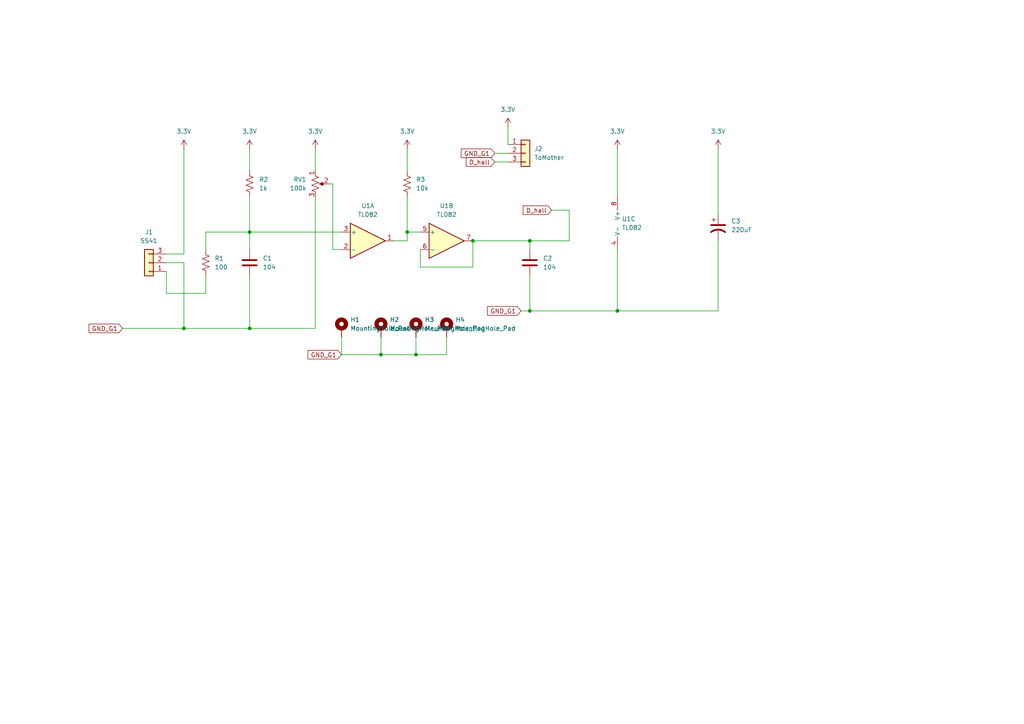
<source format=kicad_sch>
(kicad_sch
	(version 20231120)
	(generator "eeschema")
	(generator_version "8.0")
	(uuid "f313d6d8-94fb-4428-b36e-bb093cdc9c2f")
	(paper "A4")
	(lib_symbols
		(symbol "Amplifier_Operational:TL082"
			(pin_names
				(offset 0.127)
			)
			(exclude_from_sim no)
			(in_bom yes)
			(on_board yes)
			(property "Reference" "U"
				(at 0 5.08 0)
				(effects
					(font
						(size 1.27 1.27)
					)
					(justify left)
				)
			)
			(property "Value" "TL082"
				(at 0 -5.08 0)
				(effects
					(font
						(size 1.27 1.27)
					)
					(justify left)
				)
			)
			(property "Footprint" ""
				(at 0 0 0)
				(effects
					(font
						(size 1.27 1.27)
					)
					(hide yes)
				)
			)
			(property "Datasheet" "http://www.ti.com/lit/ds/symlink/tl081.pdf"
				(at 0 0 0)
				(effects
					(font
						(size 1.27 1.27)
					)
					(hide yes)
				)
			)
			(property "Description" "Dual JFET-Input Operational Amplifiers, DIP-8/SOIC-8/SSOP-8"
				(at 0 0 0)
				(effects
					(font
						(size 1.27 1.27)
					)
					(hide yes)
				)
			)
			(property "ki_locked" ""
				(at 0 0 0)
				(effects
					(font
						(size 1.27 1.27)
					)
				)
			)
			(property "ki_keywords" "dual opamp"
				(at 0 0 0)
				(effects
					(font
						(size 1.27 1.27)
					)
					(hide yes)
				)
			)
			(property "ki_fp_filters" "SOIC*3.9x4.9mm*P1.27mm* DIP*W7.62mm* TO*99* OnSemi*Micro8* TSSOP*3x3mm*P0.65mm* TSSOP*4.4x3mm*P0.65mm* MSOP*3x3mm*P0.65mm* SSOP*3.9x4.9mm*P0.635mm* LFCSP*2x2mm*P0.5mm* *SIP* SOIC*5.3x6.2mm*P1.27mm*"
				(at 0 0 0)
				(effects
					(font
						(size 1.27 1.27)
					)
					(hide yes)
				)
			)
			(symbol "TL082_1_1"
				(polyline
					(pts
						(xy -5.08 5.08) (xy 5.08 0) (xy -5.08 -5.08) (xy -5.08 5.08)
					)
					(stroke
						(width 0.254)
						(type default)
					)
					(fill
						(type background)
					)
				)
				(pin output line
					(at 7.62 0 180)
					(length 2.54)
					(name "~"
						(effects
							(font
								(size 1.27 1.27)
							)
						)
					)
					(number "1"
						(effects
							(font
								(size 1.27 1.27)
							)
						)
					)
				)
				(pin input line
					(at -7.62 -2.54 0)
					(length 2.54)
					(name "-"
						(effects
							(font
								(size 1.27 1.27)
							)
						)
					)
					(number "2"
						(effects
							(font
								(size 1.27 1.27)
							)
						)
					)
				)
				(pin input line
					(at -7.62 2.54 0)
					(length 2.54)
					(name "+"
						(effects
							(font
								(size 1.27 1.27)
							)
						)
					)
					(number "3"
						(effects
							(font
								(size 1.27 1.27)
							)
						)
					)
				)
			)
			(symbol "TL082_2_1"
				(polyline
					(pts
						(xy -5.08 5.08) (xy 5.08 0) (xy -5.08 -5.08) (xy -5.08 5.08)
					)
					(stroke
						(width 0.254)
						(type default)
					)
					(fill
						(type background)
					)
				)
				(pin input line
					(at -7.62 2.54 0)
					(length 2.54)
					(name "+"
						(effects
							(font
								(size 1.27 1.27)
							)
						)
					)
					(number "5"
						(effects
							(font
								(size 1.27 1.27)
							)
						)
					)
				)
				(pin input line
					(at -7.62 -2.54 0)
					(length 2.54)
					(name "-"
						(effects
							(font
								(size 1.27 1.27)
							)
						)
					)
					(number "6"
						(effects
							(font
								(size 1.27 1.27)
							)
						)
					)
				)
				(pin output line
					(at 7.62 0 180)
					(length 2.54)
					(name "~"
						(effects
							(font
								(size 1.27 1.27)
							)
						)
					)
					(number "7"
						(effects
							(font
								(size 1.27 1.27)
							)
						)
					)
				)
			)
			(symbol "TL082_3_1"
				(pin power_in line
					(at -2.54 -7.62 90)
					(length 3.81)
					(name "V-"
						(effects
							(font
								(size 1.27 1.27)
							)
						)
					)
					(number "4"
						(effects
							(font
								(size 1.27 1.27)
							)
						)
					)
				)
				(pin power_in line
					(at -2.54 7.62 270)
					(length 3.81)
					(name "V+"
						(effects
							(font
								(size 1.27 1.27)
							)
						)
					)
					(number "8"
						(effects
							(font
								(size 1.27 1.27)
							)
						)
					)
				)
			)
		)
		(symbol "Connector_Generic:Conn_01x03"
			(pin_names
				(offset 1.016) hide)
			(exclude_from_sim no)
			(in_bom yes)
			(on_board yes)
			(property "Reference" "J"
				(at 0 5.08 0)
				(effects
					(font
						(size 1.27 1.27)
					)
				)
			)
			(property "Value" "Conn_01x03"
				(at 0 -5.08 0)
				(effects
					(font
						(size 1.27 1.27)
					)
				)
			)
			(property "Footprint" ""
				(at 0 0 0)
				(effects
					(font
						(size 1.27 1.27)
					)
					(hide yes)
				)
			)
			(property "Datasheet" "~"
				(at 0 0 0)
				(effects
					(font
						(size 1.27 1.27)
					)
					(hide yes)
				)
			)
			(property "Description" "Generic connector, single row, 01x03, script generated (kicad-library-utils/schlib/autogen/connector/)"
				(at 0 0 0)
				(effects
					(font
						(size 1.27 1.27)
					)
					(hide yes)
				)
			)
			(property "ki_keywords" "connector"
				(at 0 0 0)
				(effects
					(font
						(size 1.27 1.27)
					)
					(hide yes)
				)
			)
			(property "ki_fp_filters" "Connector*:*_1x??_*"
				(at 0 0 0)
				(effects
					(font
						(size 1.27 1.27)
					)
					(hide yes)
				)
			)
			(symbol "Conn_01x03_1_1"
				(rectangle
					(start -1.27 -2.413)
					(end 0 -2.667)
					(stroke
						(width 0.1524)
						(type default)
					)
					(fill
						(type none)
					)
				)
				(rectangle
					(start -1.27 0.127)
					(end 0 -0.127)
					(stroke
						(width 0.1524)
						(type default)
					)
					(fill
						(type none)
					)
				)
				(rectangle
					(start -1.27 2.667)
					(end 0 2.413)
					(stroke
						(width 0.1524)
						(type default)
					)
					(fill
						(type none)
					)
				)
				(rectangle
					(start -1.27 3.81)
					(end 1.27 -3.81)
					(stroke
						(width 0.254)
						(type default)
					)
					(fill
						(type background)
					)
				)
				(pin passive line
					(at -5.08 2.54 0)
					(length 3.81)
					(name "Pin_1"
						(effects
							(font
								(size 1.27 1.27)
							)
						)
					)
					(number "1"
						(effects
							(font
								(size 1.27 1.27)
							)
						)
					)
				)
				(pin passive line
					(at -5.08 0 0)
					(length 3.81)
					(name "Pin_2"
						(effects
							(font
								(size 1.27 1.27)
							)
						)
					)
					(number "2"
						(effects
							(font
								(size 1.27 1.27)
							)
						)
					)
				)
				(pin passive line
					(at -5.08 -2.54 0)
					(length 3.81)
					(name "Pin_3"
						(effects
							(font
								(size 1.27 1.27)
							)
						)
					)
					(number "3"
						(effects
							(font
								(size 1.27 1.27)
							)
						)
					)
				)
			)
		)
		(symbol "Device:C"
			(pin_numbers hide)
			(pin_names
				(offset 0.254)
			)
			(exclude_from_sim no)
			(in_bom yes)
			(on_board yes)
			(property "Reference" "C"
				(at 0.635 2.54 0)
				(effects
					(font
						(size 1.27 1.27)
					)
					(justify left)
				)
			)
			(property "Value" "C"
				(at 0.635 -2.54 0)
				(effects
					(font
						(size 1.27 1.27)
					)
					(justify left)
				)
			)
			(property "Footprint" ""
				(at 0.9652 -3.81 0)
				(effects
					(font
						(size 1.27 1.27)
					)
					(hide yes)
				)
			)
			(property "Datasheet" "~"
				(at 0 0 0)
				(effects
					(font
						(size 1.27 1.27)
					)
					(hide yes)
				)
			)
			(property "Description" "Unpolarized capacitor"
				(at 0 0 0)
				(effects
					(font
						(size 1.27 1.27)
					)
					(hide yes)
				)
			)
			(property "ki_keywords" "cap capacitor"
				(at 0 0 0)
				(effects
					(font
						(size 1.27 1.27)
					)
					(hide yes)
				)
			)
			(property "ki_fp_filters" "C_*"
				(at 0 0 0)
				(effects
					(font
						(size 1.27 1.27)
					)
					(hide yes)
				)
			)
			(symbol "C_0_1"
				(polyline
					(pts
						(xy -2.032 -0.762) (xy 2.032 -0.762)
					)
					(stroke
						(width 0.508)
						(type default)
					)
					(fill
						(type none)
					)
				)
				(polyline
					(pts
						(xy -2.032 0.762) (xy 2.032 0.762)
					)
					(stroke
						(width 0.508)
						(type default)
					)
					(fill
						(type none)
					)
				)
			)
			(symbol "C_1_1"
				(pin passive line
					(at 0 3.81 270)
					(length 2.794)
					(name "~"
						(effects
							(font
								(size 1.27 1.27)
							)
						)
					)
					(number "1"
						(effects
							(font
								(size 1.27 1.27)
							)
						)
					)
				)
				(pin passive line
					(at 0 -3.81 90)
					(length 2.794)
					(name "~"
						(effects
							(font
								(size 1.27 1.27)
							)
						)
					)
					(number "2"
						(effects
							(font
								(size 1.27 1.27)
							)
						)
					)
				)
			)
		)
		(symbol "Device:C_Polarized_US"
			(pin_numbers hide)
			(pin_names
				(offset 0.254) hide)
			(exclude_from_sim no)
			(in_bom yes)
			(on_board yes)
			(property "Reference" "C"
				(at 0.635 2.54 0)
				(effects
					(font
						(size 1.27 1.27)
					)
					(justify left)
				)
			)
			(property "Value" "C_Polarized_US"
				(at 0.635 -2.54 0)
				(effects
					(font
						(size 1.27 1.27)
					)
					(justify left)
				)
			)
			(property "Footprint" ""
				(at 0 0 0)
				(effects
					(font
						(size 1.27 1.27)
					)
					(hide yes)
				)
			)
			(property "Datasheet" "~"
				(at 0 0 0)
				(effects
					(font
						(size 1.27 1.27)
					)
					(hide yes)
				)
			)
			(property "Description" "Polarized capacitor, US symbol"
				(at 0 0 0)
				(effects
					(font
						(size 1.27 1.27)
					)
					(hide yes)
				)
			)
			(property "ki_keywords" "cap capacitor"
				(at 0 0 0)
				(effects
					(font
						(size 1.27 1.27)
					)
					(hide yes)
				)
			)
			(property "ki_fp_filters" "CP_*"
				(at 0 0 0)
				(effects
					(font
						(size 1.27 1.27)
					)
					(hide yes)
				)
			)
			(symbol "C_Polarized_US_0_1"
				(polyline
					(pts
						(xy -2.032 0.762) (xy 2.032 0.762)
					)
					(stroke
						(width 0.508)
						(type default)
					)
					(fill
						(type none)
					)
				)
				(polyline
					(pts
						(xy -1.778 2.286) (xy -0.762 2.286)
					)
					(stroke
						(width 0)
						(type default)
					)
					(fill
						(type none)
					)
				)
				(polyline
					(pts
						(xy -1.27 1.778) (xy -1.27 2.794)
					)
					(stroke
						(width 0)
						(type default)
					)
					(fill
						(type none)
					)
				)
				(arc
					(start 2.032 -1.27)
					(mid 0 -0.5572)
					(end -2.032 -1.27)
					(stroke
						(width 0.508)
						(type default)
					)
					(fill
						(type none)
					)
				)
			)
			(symbol "C_Polarized_US_1_1"
				(pin passive line
					(at 0 3.81 270)
					(length 2.794)
					(name "~"
						(effects
							(font
								(size 1.27 1.27)
							)
						)
					)
					(number "1"
						(effects
							(font
								(size 1.27 1.27)
							)
						)
					)
				)
				(pin passive line
					(at 0 -3.81 90)
					(length 3.302)
					(name "~"
						(effects
							(font
								(size 1.27 1.27)
							)
						)
					)
					(number "2"
						(effects
							(font
								(size 1.27 1.27)
							)
						)
					)
				)
			)
		)
		(symbol "Device:R_Potentiometer_US"
			(pin_names
				(offset 1.016) hide)
			(exclude_from_sim no)
			(in_bom yes)
			(on_board yes)
			(property "Reference" "RV"
				(at -4.445 0 90)
				(effects
					(font
						(size 1.27 1.27)
					)
				)
			)
			(property "Value" "R_Potentiometer_US"
				(at -2.54 0 90)
				(effects
					(font
						(size 1.27 1.27)
					)
				)
			)
			(property "Footprint" ""
				(at 0 0 0)
				(effects
					(font
						(size 1.27 1.27)
					)
					(hide yes)
				)
			)
			(property "Datasheet" "~"
				(at 0 0 0)
				(effects
					(font
						(size 1.27 1.27)
					)
					(hide yes)
				)
			)
			(property "Description" "Potentiometer, US symbol"
				(at 0 0 0)
				(effects
					(font
						(size 1.27 1.27)
					)
					(hide yes)
				)
			)
			(property "ki_keywords" "resistor variable"
				(at 0 0 0)
				(effects
					(font
						(size 1.27 1.27)
					)
					(hide yes)
				)
			)
			(property "ki_fp_filters" "Potentiometer*"
				(at 0 0 0)
				(effects
					(font
						(size 1.27 1.27)
					)
					(hide yes)
				)
			)
			(symbol "R_Potentiometer_US_0_1"
				(polyline
					(pts
						(xy 0 -2.286) (xy 0 -2.54)
					)
					(stroke
						(width 0)
						(type default)
					)
					(fill
						(type none)
					)
				)
				(polyline
					(pts
						(xy 0 2.54) (xy 0 2.286)
					)
					(stroke
						(width 0)
						(type default)
					)
					(fill
						(type none)
					)
				)
				(polyline
					(pts
						(xy 2.54 0) (xy 1.524 0)
					)
					(stroke
						(width 0)
						(type default)
					)
					(fill
						(type none)
					)
				)
				(polyline
					(pts
						(xy 1.143 0) (xy 2.286 0.508) (xy 2.286 -0.508) (xy 1.143 0)
					)
					(stroke
						(width 0)
						(type default)
					)
					(fill
						(type outline)
					)
				)
				(polyline
					(pts
						(xy 0 -0.762) (xy 1.016 -1.143) (xy 0 -1.524) (xy -1.016 -1.905) (xy 0 -2.286)
					)
					(stroke
						(width 0)
						(type default)
					)
					(fill
						(type none)
					)
				)
				(polyline
					(pts
						(xy 0 0.762) (xy 1.016 0.381) (xy 0 0) (xy -1.016 -0.381) (xy 0 -0.762)
					)
					(stroke
						(width 0)
						(type default)
					)
					(fill
						(type none)
					)
				)
				(polyline
					(pts
						(xy 0 2.286) (xy 1.016 1.905) (xy 0 1.524) (xy -1.016 1.143) (xy 0 0.762)
					)
					(stroke
						(width 0)
						(type default)
					)
					(fill
						(type none)
					)
				)
			)
			(symbol "R_Potentiometer_US_1_1"
				(pin passive line
					(at 0 3.81 270)
					(length 1.27)
					(name "1"
						(effects
							(font
								(size 1.27 1.27)
							)
						)
					)
					(number "1"
						(effects
							(font
								(size 1.27 1.27)
							)
						)
					)
				)
				(pin passive line
					(at 3.81 0 180)
					(length 1.27)
					(name "2"
						(effects
							(font
								(size 1.27 1.27)
							)
						)
					)
					(number "2"
						(effects
							(font
								(size 1.27 1.27)
							)
						)
					)
				)
				(pin passive line
					(at 0 -3.81 90)
					(length 1.27)
					(name "3"
						(effects
							(font
								(size 1.27 1.27)
							)
						)
					)
					(number "3"
						(effects
							(font
								(size 1.27 1.27)
							)
						)
					)
				)
			)
		)
		(symbol "Device:R_US"
			(pin_numbers hide)
			(pin_names
				(offset 0)
			)
			(exclude_from_sim no)
			(in_bom yes)
			(on_board yes)
			(property "Reference" "R"
				(at 2.54 0 90)
				(effects
					(font
						(size 1.27 1.27)
					)
				)
			)
			(property "Value" "R_US"
				(at -2.54 0 90)
				(effects
					(font
						(size 1.27 1.27)
					)
				)
			)
			(property "Footprint" ""
				(at 1.016 -0.254 90)
				(effects
					(font
						(size 1.27 1.27)
					)
					(hide yes)
				)
			)
			(property "Datasheet" "~"
				(at 0 0 0)
				(effects
					(font
						(size 1.27 1.27)
					)
					(hide yes)
				)
			)
			(property "Description" "Resistor, US symbol"
				(at 0 0 0)
				(effects
					(font
						(size 1.27 1.27)
					)
					(hide yes)
				)
			)
			(property "ki_keywords" "R res resistor"
				(at 0 0 0)
				(effects
					(font
						(size 1.27 1.27)
					)
					(hide yes)
				)
			)
			(property "ki_fp_filters" "R_*"
				(at 0 0 0)
				(effects
					(font
						(size 1.27 1.27)
					)
					(hide yes)
				)
			)
			(symbol "R_US_0_1"
				(polyline
					(pts
						(xy 0 -2.286) (xy 0 -2.54)
					)
					(stroke
						(width 0)
						(type default)
					)
					(fill
						(type none)
					)
				)
				(polyline
					(pts
						(xy 0 2.286) (xy 0 2.54)
					)
					(stroke
						(width 0)
						(type default)
					)
					(fill
						(type none)
					)
				)
				(polyline
					(pts
						(xy 0 -0.762) (xy 1.016 -1.143) (xy 0 -1.524) (xy -1.016 -1.905) (xy 0 -2.286)
					)
					(stroke
						(width 0)
						(type default)
					)
					(fill
						(type none)
					)
				)
				(polyline
					(pts
						(xy 0 0.762) (xy 1.016 0.381) (xy 0 0) (xy -1.016 -0.381) (xy 0 -0.762)
					)
					(stroke
						(width 0)
						(type default)
					)
					(fill
						(type none)
					)
				)
				(polyline
					(pts
						(xy 0 2.286) (xy 1.016 1.905) (xy 0 1.524) (xy -1.016 1.143) (xy 0 0.762)
					)
					(stroke
						(width 0)
						(type default)
					)
					(fill
						(type none)
					)
				)
			)
			(symbol "R_US_1_1"
				(pin passive line
					(at 0 3.81 270)
					(length 1.27)
					(name "~"
						(effects
							(font
								(size 1.27 1.27)
							)
						)
					)
					(number "1"
						(effects
							(font
								(size 1.27 1.27)
							)
						)
					)
				)
				(pin passive line
					(at 0 -3.81 90)
					(length 1.27)
					(name "~"
						(effects
							(font
								(size 1.27 1.27)
							)
						)
					)
					(number "2"
						(effects
							(font
								(size 1.27 1.27)
							)
						)
					)
				)
			)
		)
		(symbol "Mechanical:MountingHole_Pad"
			(pin_numbers hide)
			(pin_names
				(offset 1.016) hide)
			(exclude_from_sim yes)
			(in_bom no)
			(on_board yes)
			(property "Reference" "H"
				(at 0 6.35 0)
				(effects
					(font
						(size 1.27 1.27)
					)
				)
			)
			(property "Value" "MountingHole_Pad"
				(at 0 4.445 0)
				(effects
					(font
						(size 1.27 1.27)
					)
				)
			)
			(property "Footprint" ""
				(at 0 0 0)
				(effects
					(font
						(size 1.27 1.27)
					)
					(hide yes)
				)
			)
			(property "Datasheet" "~"
				(at 0 0 0)
				(effects
					(font
						(size 1.27 1.27)
					)
					(hide yes)
				)
			)
			(property "Description" "Mounting Hole with connection"
				(at 0 0 0)
				(effects
					(font
						(size 1.27 1.27)
					)
					(hide yes)
				)
			)
			(property "ki_keywords" "mounting hole"
				(at 0 0 0)
				(effects
					(font
						(size 1.27 1.27)
					)
					(hide yes)
				)
			)
			(property "ki_fp_filters" "MountingHole*Pad*"
				(at 0 0 0)
				(effects
					(font
						(size 1.27 1.27)
					)
					(hide yes)
				)
			)
			(symbol "MountingHole_Pad_0_1"
				(circle
					(center 0 1.27)
					(radius 1.27)
					(stroke
						(width 1.27)
						(type default)
					)
					(fill
						(type none)
					)
				)
			)
			(symbol "MountingHole_Pad_1_1"
				(pin input line
					(at 0 -2.54 90)
					(length 2.54)
					(name "1"
						(effects
							(font
								(size 1.27 1.27)
							)
						)
					)
					(number "1"
						(effects
							(font
								(size 1.27 1.27)
							)
						)
					)
				)
			)
		)
		(symbol "power:VD"
			(power)
			(pin_numbers hide)
			(pin_names
				(offset 0) hide)
			(exclude_from_sim no)
			(in_bom yes)
			(on_board yes)
			(property "Reference" "#PWR"
				(at 0 -3.81 0)
				(effects
					(font
						(size 1.27 1.27)
					)
					(hide yes)
				)
			)
			(property "Value" "VD"
				(at 0 3.556 0)
				(effects
					(font
						(size 1.27 1.27)
					)
				)
			)
			(property "Footprint" ""
				(at 0 0 0)
				(effects
					(font
						(size 1.27 1.27)
					)
					(hide yes)
				)
			)
			(property "Datasheet" ""
				(at 0 0 0)
				(effects
					(font
						(size 1.27 1.27)
					)
					(hide yes)
				)
			)
			(property "Description" "Power symbol creates a global label with name \"VD\""
				(at 0 0 0)
				(effects
					(font
						(size 1.27 1.27)
					)
					(hide yes)
				)
			)
			(property "ki_keywords" "global power"
				(at 0 0 0)
				(effects
					(font
						(size 1.27 1.27)
					)
					(hide yes)
				)
			)
			(symbol "VD_0_1"
				(polyline
					(pts
						(xy -0.762 1.27) (xy 0 2.54)
					)
					(stroke
						(width 0)
						(type default)
					)
					(fill
						(type none)
					)
				)
				(polyline
					(pts
						(xy 0 0) (xy 0 2.54)
					)
					(stroke
						(width 0)
						(type default)
					)
					(fill
						(type none)
					)
				)
				(polyline
					(pts
						(xy 0 2.54) (xy 0.762 1.27)
					)
					(stroke
						(width 0)
						(type default)
					)
					(fill
						(type none)
					)
				)
			)
			(symbol "VD_1_1"
				(pin power_in line
					(at 0 0 90)
					(length 0)
					(name "~"
						(effects
							(font
								(size 1.27 1.27)
							)
						)
					)
					(number "1"
						(effects
							(font
								(size 1.27 1.27)
							)
						)
					)
				)
			)
		)
	)
	(junction
		(at 72.39 67.31)
		(diameter 0)
		(color 0 0 0 0)
		(uuid "0d763a60-580a-43d9-9b02-6288fc76c4e6")
	)
	(junction
		(at 179.07 90.17)
		(diameter 0)
		(color 0 0 0 0)
		(uuid "0db0cf99-30cf-45ab-b9be-9fc2183500de")
	)
	(junction
		(at 153.67 90.17)
		(diameter 0)
		(color 0 0 0 0)
		(uuid "109b4d3b-1285-4c3e-a625-aa60746962f1")
	)
	(junction
		(at 120.65 102.87)
		(diameter 0)
		(color 0 0 0 0)
		(uuid "184905f8-f56a-4f2d-9fb3-28b71c4766e7")
	)
	(junction
		(at 137.16 69.85)
		(diameter 0)
		(color 0 0 0 0)
		(uuid "238e94ec-b7f0-43f1-b0f2-ae6a355f1378")
	)
	(junction
		(at 153.67 69.85)
		(diameter 0)
		(color 0 0 0 0)
		(uuid "25a11def-82b1-46f4-81d0-3193d01b55ac")
	)
	(junction
		(at 72.39 95.25)
		(diameter 0)
		(color 0 0 0 0)
		(uuid "9c0336e2-54a8-4305-ae6b-37240c0c4d7a")
	)
	(junction
		(at 118.11 67.31)
		(diameter 0)
		(color 0 0 0 0)
		(uuid "a2aa00e8-9e1a-4d9c-b79f-4c906ed86fdd")
	)
	(junction
		(at 53.34 95.25)
		(diameter 0)
		(color 0 0 0 0)
		(uuid "d98b1ce5-5765-4923-8306-a3832e56658f")
	)
	(junction
		(at 110.49 102.87)
		(diameter 0)
		(color 0 0 0 0)
		(uuid "f6974bb1-0518-4892-bc03-06ad853749f4")
	)
	(wire
		(pts
			(xy 59.69 72.39) (xy 59.69 67.31)
		)
		(stroke
			(width 0)
			(type default)
		)
		(uuid "021a80fe-e67d-4305-906a-26081ed0ef74")
	)
	(wire
		(pts
			(xy 72.39 49.53) (xy 72.39 43.18)
		)
		(stroke
			(width 0)
			(type default)
		)
		(uuid "036e75c2-367c-4703-abd7-694f9b352e14")
	)
	(wire
		(pts
			(xy 72.39 67.31) (xy 99.06 67.31)
		)
		(stroke
			(width 0)
			(type default)
		)
		(uuid "08b391c9-5f0a-4f0d-99e0-0c1e7249fb44")
	)
	(wire
		(pts
			(xy 72.39 57.15) (xy 72.39 67.31)
		)
		(stroke
			(width 0)
			(type default)
		)
		(uuid "15e5bbdf-2d6b-41ff-ab3c-4dd3fbc70771")
	)
	(wire
		(pts
			(xy 53.34 76.2) (xy 53.34 95.25)
		)
		(stroke
			(width 0)
			(type default)
		)
		(uuid "1de3b137-07e0-4373-9a7a-1e9e607ae751")
	)
	(wire
		(pts
			(xy 147.32 44.45) (xy 143.51 44.45)
		)
		(stroke
			(width 0)
			(type default)
		)
		(uuid "1f9d982b-3527-4bf9-94c2-d044f0dce3c2")
	)
	(wire
		(pts
			(xy 91.44 43.18) (xy 91.44 49.53)
		)
		(stroke
			(width 0)
			(type default)
		)
		(uuid "2d281406-9bb3-4c7e-a878-ec7c9c04ad91")
	)
	(wire
		(pts
			(xy 118.11 67.31) (xy 118.11 69.85)
		)
		(stroke
			(width 0)
			(type default)
		)
		(uuid "3a7dbb29-a7af-4c96-a151-e76694b19eeb")
	)
	(wire
		(pts
			(xy 96.52 53.34) (xy 95.25 53.34)
		)
		(stroke
			(width 0)
			(type default)
		)
		(uuid "3bdc17b0-39e1-40ac-bf78-5dc96ea1de80")
	)
	(wire
		(pts
			(xy 120.65 102.87) (xy 110.49 102.87)
		)
		(stroke
			(width 0)
			(type default)
		)
		(uuid "427ccae7-e433-4b47-8e8a-10ddf11d89ef")
	)
	(wire
		(pts
			(xy 179.07 43.18) (xy 179.07 57.15)
		)
		(stroke
			(width 0)
			(type default)
		)
		(uuid "42c7fdf7-8009-4746-813d-f8b6ac1ce01d")
	)
	(wire
		(pts
			(xy 48.26 73.66) (xy 53.34 73.66)
		)
		(stroke
			(width 0)
			(type default)
		)
		(uuid "43c9286e-d49f-4cf6-8a63-5045ab1b2c57")
	)
	(wire
		(pts
			(xy 137.16 77.47) (xy 137.16 69.85)
		)
		(stroke
			(width 0)
			(type default)
		)
		(uuid "485f4fb5-8720-42cf-82d0-b4a23247839b")
	)
	(wire
		(pts
			(xy 48.26 85.09) (xy 59.69 85.09)
		)
		(stroke
			(width 0)
			(type default)
		)
		(uuid "4c950fca-0a9a-424c-8136-8defce247be3")
	)
	(wire
		(pts
			(xy 147.32 46.99) (xy 143.51 46.99)
		)
		(stroke
			(width 0)
			(type default)
		)
		(uuid "4dabc17c-22cf-4ff4-8c64-1261683107a8")
	)
	(wire
		(pts
			(xy 137.16 69.85) (xy 153.67 69.85)
		)
		(stroke
			(width 0)
			(type default)
		)
		(uuid "4f84999a-3890-4f5f-ae4f-0a704607192f")
	)
	(wire
		(pts
			(xy 99.06 102.87) (xy 99.06 97.79)
		)
		(stroke
			(width 0)
			(type default)
		)
		(uuid "50117398-c5f8-44e1-8722-b3d28f23f866")
	)
	(wire
		(pts
			(xy 118.11 69.85) (xy 114.3 69.85)
		)
		(stroke
			(width 0)
			(type default)
		)
		(uuid "54ec847d-fe15-4177-b078-8bd06098fbad")
	)
	(wire
		(pts
			(xy 72.39 95.25) (xy 53.34 95.25)
		)
		(stroke
			(width 0)
			(type default)
		)
		(uuid "5b194ced-164e-44d0-b288-cfc3892a1fc7")
	)
	(wire
		(pts
			(xy 91.44 57.15) (xy 91.44 95.25)
		)
		(stroke
			(width 0)
			(type default)
		)
		(uuid "6cda9f0c-50c9-4c85-a8f5-6c18f992a278")
	)
	(wire
		(pts
			(xy 53.34 95.25) (xy 35.56 95.25)
		)
		(stroke
			(width 0)
			(type default)
		)
		(uuid "6e45249e-c0a8-401c-8375-20e6f2c5a853")
	)
	(wire
		(pts
			(xy 120.65 97.79) (xy 120.65 102.87)
		)
		(stroke
			(width 0)
			(type default)
		)
		(uuid "7667c705-b56a-4153-a721-895e27c6690d")
	)
	(wire
		(pts
			(xy 165.1 60.96) (xy 165.1 69.85)
		)
		(stroke
			(width 0)
			(type default)
		)
		(uuid "7a17b1a2-7ae6-4e8a-8792-968e3740f57c")
	)
	(wire
		(pts
			(xy 91.44 95.25) (xy 72.39 95.25)
		)
		(stroke
			(width 0)
			(type default)
		)
		(uuid "7a3fb511-f436-4181-a816-2e19424f9e1e")
	)
	(wire
		(pts
			(xy 151.13 90.17) (xy 153.67 90.17)
		)
		(stroke
			(width 0)
			(type default)
		)
		(uuid "8177ba9b-db7e-499a-a83d-c3b30fc18725")
	)
	(wire
		(pts
			(xy 160.02 60.96) (xy 165.1 60.96)
		)
		(stroke
			(width 0)
			(type default)
		)
		(uuid "81b3b83d-184a-4203-93cb-21ca46b500c5")
	)
	(wire
		(pts
			(xy 59.69 85.09) (xy 59.69 80.01)
		)
		(stroke
			(width 0)
			(type default)
		)
		(uuid "872ac302-cd6a-4718-8ef2-c363e55783ed")
	)
	(wire
		(pts
			(xy 121.92 72.39) (xy 121.92 77.47)
		)
		(stroke
			(width 0)
			(type default)
		)
		(uuid "92f677f8-f009-46bd-906a-6c0389bc6001")
	)
	(wire
		(pts
			(xy 153.67 90.17) (xy 179.07 90.17)
		)
		(stroke
			(width 0)
			(type default)
		)
		(uuid "982fbbc8-1519-40d7-a543-3f00095802d8")
	)
	(wire
		(pts
			(xy 110.49 102.87) (xy 99.06 102.87)
		)
		(stroke
			(width 0)
			(type default)
		)
		(uuid "99ee57b6-176a-4c54-aa38-4972ce51c05d")
	)
	(wire
		(pts
			(xy 59.69 67.31) (xy 72.39 67.31)
		)
		(stroke
			(width 0)
			(type default)
		)
		(uuid "abf5da21-dbff-4015-8d42-37f1bf75f512")
	)
	(wire
		(pts
			(xy 99.06 72.39) (xy 96.52 72.39)
		)
		(stroke
			(width 0)
			(type default)
		)
		(uuid "ac1763ff-d09b-4346-9136-7c76b574fbec")
	)
	(wire
		(pts
			(xy 48.26 76.2) (xy 53.34 76.2)
		)
		(stroke
			(width 0)
			(type default)
		)
		(uuid "aca93a3a-3557-43fc-aea5-04d0431585b4")
	)
	(wire
		(pts
			(xy 208.28 62.23) (xy 208.28 43.18)
		)
		(stroke
			(width 0)
			(type default)
		)
		(uuid "b1d47360-3805-47ba-9611-a0a29a887026")
	)
	(wire
		(pts
			(xy 208.28 90.17) (xy 208.28 69.85)
		)
		(stroke
			(width 0)
			(type default)
		)
		(uuid "b8aeb9f1-619e-4a7f-b805-ea1eab7378f2")
	)
	(wire
		(pts
			(xy 121.92 77.47) (xy 137.16 77.47)
		)
		(stroke
			(width 0)
			(type default)
		)
		(uuid "c2ffd4d0-7c09-4dac-937a-73196f2bb2c2")
	)
	(wire
		(pts
			(xy 118.11 49.53) (xy 118.11 43.18)
		)
		(stroke
			(width 0)
			(type default)
		)
		(uuid "c4f5265f-f468-4747-9f2d-cba368cee812")
	)
	(wire
		(pts
			(xy 165.1 69.85) (xy 153.67 69.85)
		)
		(stroke
			(width 0)
			(type default)
		)
		(uuid "ca6d7354-3db2-4f0c-9b0b-d0bf568e7daa")
	)
	(wire
		(pts
			(xy 53.34 73.66) (xy 53.34 43.18)
		)
		(stroke
			(width 0)
			(type default)
		)
		(uuid "cff3384b-9dbc-4644-b87f-cc7711c59703")
	)
	(wire
		(pts
			(xy 48.26 85.09) (xy 48.26 78.74)
		)
		(stroke
			(width 0)
			(type default)
		)
		(uuid "d39ae181-9aa9-4eda-b7d0-002ea9e59337")
	)
	(wire
		(pts
			(xy 72.39 80.01) (xy 72.39 95.25)
		)
		(stroke
			(width 0)
			(type default)
		)
		(uuid "d5024aaa-41f1-44dd-9b45-46892e7b4ae3")
	)
	(wire
		(pts
			(xy 129.54 102.87) (xy 120.65 102.87)
		)
		(stroke
			(width 0)
			(type default)
		)
		(uuid "d9f63037-0ba0-42e9-8c26-36720462dcf3")
	)
	(wire
		(pts
			(xy 179.07 72.39) (xy 179.07 90.17)
		)
		(stroke
			(width 0)
			(type default)
		)
		(uuid "da1038ed-0578-473a-994c-2275c41018be")
	)
	(wire
		(pts
			(xy 179.07 90.17) (xy 208.28 90.17)
		)
		(stroke
			(width 0)
			(type default)
		)
		(uuid "dc150ecd-0b64-4cdb-a291-724931f116bb")
	)
	(wire
		(pts
			(xy 96.52 72.39) (xy 96.52 53.34)
		)
		(stroke
			(width 0)
			(type default)
		)
		(uuid "dcba978b-6ec5-4397-8adb-7d5a0b46709c")
	)
	(wire
		(pts
			(xy 110.49 97.79) (xy 110.49 102.87)
		)
		(stroke
			(width 0)
			(type default)
		)
		(uuid "ec2586f7-7b36-488a-a0f9-ae7c8301a9a4")
	)
	(wire
		(pts
			(xy 147.32 41.91) (xy 147.32 36.83)
		)
		(stroke
			(width 0)
			(type default)
		)
		(uuid "ef1ef2b2-0754-4dad-a698-f52d6a71974c")
	)
	(wire
		(pts
			(xy 129.54 97.79) (xy 129.54 102.87)
		)
		(stroke
			(width 0)
			(type default)
		)
		(uuid "ef24d181-30ea-47d5-be27-7c3d66c44cc1")
	)
	(wire
		(pts
			(xy 153.67 80.01) (xy 153.67 90.17)
		)
		(stroke
			(width 0)
			(type default)
		)
		(uuid "f30c58e8-599d-4a4b-82fd-a2ed0e3190a2")
	)
	(wire
		(pts
			(xy 121.92 67.31) (xy 118.11 67.31)
		)
		(stroke
			(width 0)
			(type default)
		)
		(uuid "f48272a4-e47c-4eb5-be2b-7b0a1a51813d")
	)
	(wire
		(pts
			(xy 72.39 72.39) (xy 72.39 67.31)
		)
		(stroke
			(width 0)
			(type default)
		)
		(uuid "f69529de-3d98-4be0-8f02-fa117b77d57b")
	)
	(wire
		(pts
			(xy 118.11 57.15) (xy 118.11 67.31)
		)
		(stroke
			(width 0)
			(type default)
		)
		(uuid "fae97060-fffc-4a3e-809d-531a28dea047")
	)
	(wire
		(pts
			(xy 153.67 69.85) (xy 153.67 72.39)
		)
		(stroke
			(width 0)
			(type default)
		)
		(uuid "ff16d94c-cdfc-4fa9-a2d6-2e4e5a679230")
	)
	(global_label "D_hall"
		(shape input)
		(at 160.02 60.96 180)
		(fields_autoplaced yes)
		(effects
			(font
				(size 1.27 1.27)
			)
			(justify right)
		)
		(uuid "40543041-59ba-4398-8b13-57fe26492411")
		(property "Intersheetrefs" "${INTERSHEET_REFS}"
			(at 151.1688 60.96 0)
			(effects
				(font
					(size 1.27 1.27)
				)
				(justify right)
				(hide yes)
			)
		)
	)
	(global_label "GND_G1"
		(shape input)
		(at 143.51 44.45 180)
		(fields_autoplaced yes)
		(effects
			(font
				(size 1.27 1.27)
			)
			(justify right)
		)
		(uuid "416bbb1f-1ab3-44ee-821b-0c8d4f7adffc")
		(property "Intersheetrefs" "${INTERSHEET_REFS}"
			(at 133.2072 44.45 0)
			(effects
				(font
					(size 1.27 1.27)
				)
				(justify right)
				(hide yes)
			)
		)
	)
	(global_label "GND_G1"
		(shape input)
		(at 35.56 95.25 180)
		(fields_autoplaced yes)
		(effects
			(font
				(size 1.27 1.27)
			)
			(justify right)
		)
		(uuid "54fb8d8f-464a-4140-844c-9e17a50a29b2")
		(property "Intersheetrefs" "${INTERSHEET_REFS}"
			(at 25.2572 95.25 0)
			(effects
				(font
					(size 1.27 1.27)
				)
				(justify right)
				(hide yes)
			)
		)
	)
	(global_label "D_hall"
		(shape input)
		(at 143.51 46.99 180)
		(fields_autoplaced yes)
		(effects
			(font
				(size 1.27 1.27)
			)
			(justify right)
		)
		(uuid "58195ee2-e380-4c52-8f71-d3eb04a9f1bf")
		(property "Intersheetrefs" "${INTERSHEET_REFS}"
			(at 134.6588 46.99 0)
			(effects
				(font
					(size 1.27 1.27)
				)
				(justify right)
				(hide yes)
			)
		)
	)
	(global_label "GND_G1"
		(shape input)
		(at 151.13 90.17 180)
		(fields_autoplaced yes)
		(effects
			(font
				(size 1.27 1.27)
			)
			(justify right)
		)
		(uuid "8122945e-d7fa-45e6-b3c3-92f6f09004a2")
		(property "Intersheetrefs" "${INTERSHEET_REFS}"
			(at 140.8272 90.17 0)
			(effects
				(font
					(size 1.27 1.27)
				)
				(justify right)
				(hide yes)
			)
		)
	)
	(global_label "GND_G1"
		(shape input)
		(at 99.06 102.87 180)
		(fields_autoplaced yes)
		(effects
			(font
				(size 1.27 1.27)
			)
			(justify right)
		)
		(uuid "c7437202-5815-4d9f-bbd7-76edc883fdc4")
		(property "Intersheetrefs" "${INTERSHEET_REFS}"
			(at 88.7572 102.87 0)
			(effects
				(font
					(size 1.27 1.27)
				)
				(justify right)
				(hide yes)
			)
		)
	)
	(symbol
		(lib_id "power:VD")
		(at 147.32 36.83 0)
		(unit 1)
		(exclude_from_sim no)
		(in_bom yes)
		(on_board yes)
		(dnp no)
		(fields_autoplaced yes)
		(uuid "0c7d6c0d-b2fd-40c4-ba2e-633d5e7fbd58")
		(property "Reference" "#PWR07"
			(at 147.32 40.64 0)
			(effects
				(font
					(size 1.27 1.27)
				)
				(hide yes)
			)
		)
		(property "Value" "3.3V"
			(at 147.32 31.75 0)
			(effects
				(font
					(size 1.27 1.27)
				)
			)
		)
		(property "Footprint" ""
			(at 147.32 36.83 0)
			(effects
				(font
					(size 1.27 1.27)
				)
				(hide yes)
			)
		)
		(property "Datasheet" ""
			(at 147.32 36.83 0)
			(effects
				(font
					(size 1.27 1.27)
				)
				(hide yes)
			)
		)
		(property "Description" "Power symbol creates a global label with name \"VD\""
			(at 147.32 36.83 0)
			(effects
				(font
					(size 1.27 1.27)
				)
				(hide yes)
			)
		)
		(pin "1"
			(uuid "0adb2885-63d5-4ced-996d-4b8e899f530a")
		)
		(instances
			(project "Placa ANEMOMETRO"
				(path "/f313d6d8-94fb-4428-b36e-bb093cdc9c2f"
					(reference "#PWR07")
					(unit 1)
				)
			)
		)
	)
	(symbol
		(lib_id "Device:R_US")
		(at 59.69 76.2 0)
		(unit 1)
		(exclude_from_sim no)
		(in_bom yes)
		(on_board yes)
		(dnp no)
		(fields_autoplaced yes)
		(uuid "110baa65-a68f-4e4f-a34f-e3daa4911d7f")
		(property "Reference" "R1"
			(at 62.23 74.9299 0)
			(effects
				(font
					(size 1.27 1.27)
				)
				(justify left)
			)
		)
		(property "Value" "100"
			(at 62.23 77.4699 0)
			(effects
				(font
					(size 1.27 1.27)
				)
				(justify left)
			)
		)
		(property "Footprint" "Resistor_THT:R_Axial_DIN0207_L6.3mm_D2.5mm_P10.16mm_Horizontal"
			(at 60.706 76.454 90)
			(effects
				(font
					(size 1.27 1.27)
				)
				(hide yes)
			)
		)
		(property "Datasheet" "~"
			(at 59.69 76.2 0)
			(effects
				(font
					(size 1.27 1.27)
				)
				(hide yes)
			)
		)
		(property "Description" "Resistor, US symbol"
			(at 59.69 76.2 0)
			(effects
				(font
					(size 1.27 1.27)
				)
				(hide yes)
			)
		)
		(pin "2"
			(uuid "bfc899d1-747d-4ab3-a7d0-0caa7ffd52aa")
		)
		(pin "1"
			(uuid "e3c8bd42-12e9-462f-8bc0-ec87cb6dcbe6")
		)
		(instances
			(project ""
				(path "/f313d6d8-94fb-4428-b36e-bb093cdc9c2f"
					(reference "R1")
					(unit 1)
				)
			)
		)
	)
	(symbol
		(lib_id "Mechanical:MountingHole_Pad")
		(at 120.65 95.25 0)
		(unit 1)
		(exclude_from_sim yes)
		(in_bom no)
		(on_board yes)
		(dnp no)
		(fields_autoplaced yes)
		(uuid "138b90a3-2f5f-48ab-b03c-8243e5aa7963")
		(property "Reference" "H3"
			(at 123.19 92.7099 0)
			(effects
				(font
					(size 1.27 1.27)
				)
				(justify left)
			)
		)
		(property "Value" "MountingHole_Pad"
			(at 123.19 95.2499 0)
			(effects
				(font
					(size 1.27 1.27)
				)
				(justify left)
			)
		)
		(property "Footprint" "MountingHole:MountingHole_2.2mm_M2_DIN965_Pad"
			(at 120.65 95.25 0)
			(effects
				(font
					(size 1.27 1.27)
				)
				(hide yes)
			)
		)
		(property "Datasheet" "~"
			(at 120.65 95.25 0)
			(effects
				(font
					(size 1.27 1.27)
				)
				(hide yes)
			)
		)
		(property "Description" "Mounting Hole with connection"
			(at 120.65 95.25 0)
			(effects
				(font
					(size 1.27 1.27)
				)
				(hide yes)
			)
		)
		(pin "1"
			(uuid "e25be6a5-9e7b-4ba4-a512-fc89d5ce2d95")
		)
		(instances
			(project "Placa ANEMOMETRO"
				(path "/f313d6d8-94fb-4428-b36e-bb093cdc9c2f"
					(reference "H3")
					(unit 1)
				)
			)
		)
	)
	(symbol
		(lib_id "Device:R_US")
		(at 72.39 53.34 0)
		(unit 1)
		(exclude_from_sim no)
		(in_bom yes)
		(on_board yes)
		(dnp no)
		(fields_autoplaced yes)
		(uuid "16162b95-dde8-4ded-a8e8-cfbbd4d42724")
		(property "Reference" "R2"
			(at 75.1318 52.0699 0)
			(effects
				(font
					(size 1.27 1.27)
				)
				(justify left)
			)
		)
		(property "Value" "1k"
			(at 75.1318 54.6099 0)
			(effects
				(font
					(size 1.27 1.27)
				)
				(justify left)
			)
		)
		(property "Footprint" "Resistor_THT:R_Axial_DIN0207_L6.3mm_D2.5mm_P10.16mm_Horizontal"
			(at 73.406 53.594 90)
			(effects
				(font
					(size 1.27 1.27)
				)
				(hide yes)
			)
		)
		(property "Datasheet" "~"
			(at 72.39 53.34 0)
			(effects
				(font
					(size 1.27 1.27)
				)
				(hide yes)
			)
		)
		(property "Description" "Resistor, US symbol"
			(at 72.39 53.34 0)
			(effects
				(font
					(size 1.27 1.27)
				)
				(hide yes)
			)
		)
		(pin "2"
			(uuid "30c10ddd-0501-43ac-abc9-0e6849121e3b")
		)
		(pin "1"
			(uuid "296e65f0-a1b0-4db7-b1b9-4ce5cc41cc5a")
		)
		(instances
			(project "Placa ANEMOMETRO"
				(path "/f313d6d8-94fb-4428-b36e-bb093cdc9c2f"
					(reference "R2")
					(unit 1)
				)
			)
		)
	)
	(symbol
		(lib_id "Connector_Generic:Conn_01x03")
		(at 43.18 76.2 180)
		(unit 1)
		(exclude_from_sim no)
		(in_bom yes)
		(on_board yes)
		(dnp no)
		(fields_autoplaced yes)
		(uuid "1f2bd61c-1bdd-4dd5-96bf-3e32af715a9d")
		(property "Reference" "J1"
			(at 43.18 67.31 0)
			(effects
				(font
					(size 1.27 1.27)
				)
			)
		)
		(property "Value" "SS41"
			(at 43.18 69.85 0)
			(effects
				(font
					(size 1.27 1.27)
				)
			)
		)
		(property "Footprint" "Connector_PinHeader_2.54mm:PinHeader_1x03_P2.54mm_Vertical"
			(at 43.18 76.2 0)
			(effects
				(font
					(size 1.27 1.27)
				)
				(hide yes)
			)
		)
		(property "Datasheet" "~"
			(at 43.18 76.2 0)
			(effects
				(font
					(size 1.27 1.27)
				)
				(hide yes)
			)
		)
		(property "Description" "Generic connector, single row, 01x03, script generated (kicad-library-utils/schlib/autogen/connector/)"
			(at 43.18 76.2 0)
			(effects
				(font
					(size 1.27 1.27)
				)
				(hide yes)
			)
		)
		(pin "2"
			(uuid "785c53e0-e3e8-46e2-b042-568a8bed8c01")
		)
		(pin "3"
			(uuid "9cfc5d47-3193-408e-b2fc-4afcae528f34")
		)
		(pin "1"
			(uuid "95aadf5e-b5ea-479e-8501-22c8033663bd")
		)
		(instances
			(project ""
				(path "/f313d6d8-94fb-4428-b36e-bb093cdc9c2f"
					(reference "J1")
					(unit 1)
				)
			)
		)
	)
	(symbol
		(lib_id "Mechanical:MountingHole_Pad")
		(at 99.06 95.25 0)
		(unit 1)
		(exclude_from_sim yes)
		(in_bom no)
		(on_board yes)
		(dnp no)
		(fields_autoplaced yes)
		(uuid "2f7f7481-e568-4b2e-a730-04f36cb76f0f")
		(property "Reference" "H1"
			(at 101.6 92.7099 0)
			(effects
				(font
					(size 1.27 1.27)
				)
				(justify left)
			)
		)
		(property "Value" "MountingHole_Pad"
			(at 101.6 95.2499 0)
			(effects
				(font
					(size 1.27 1.27)
				)
				(justify left)
			)
		)
		(property "Footprint" "MountingHole:MountingHole_2.2mm_M2_DIN965_Pad"
			(at 99.06 95.25 0)
			(effects
				(font
					(size 1.27 1.27)
				)
				(hide yes)
			)
		)
		(property "Datasheet" "~"
			(at 99.06 95.25 0)
			(effects
				(font
					(size 1.27 1.27)
				)
				(hide yes)
			)
		)
		(property "Description" "Mounting Hole with connection"
			(at 99.06 95.25 0)
			(effects
				(font
					(size 1.27 1.27)
				)
				(hide yes)
			)
		)
		(pin "1"
			(uuid "9ae10c1e-69ba-4734-901b-7c20ee3e7151")
		)
		(instances
			(project ""
				(path "/f313d6d8-94fb-4428-b36e-bb093cdc9c2f"
					(reference "H1")
					(unit 1)
				)
			)
		)
	)
	(symbol
		(lib_id "Mechanical:MountingHole_Pad")
		(at 110.49 95.25 0)
		(unit 1)
		(exclude_from_sim yes)
		(in_bom no)
		(on_board yes)
		(dnp no)
		(fields_autoplaced yes)
		(uuid "318fd49b-d427-4aa7-a072-10c0047be44e")
		(property "Reference" "H2"
			(at 113.03 92.7099 0)
			(effects
				(font
					(size 1.27 1.27)
				)
				(justify left)
			)
		)
		(property "Value" "MountingHole_Pad"
			(at 113.03 95.2499 0)
			(effects
				(font
					(size 1.27 1.27)
				)
				(justify left)
			)
		)
		(property "Footprint" "MountingHole:MountingHole_2.2mm_M2_DIN965_Pad"
			(at 110.49 95.25 0)
			(effects
				(font
					(size 1.27 1.27)
				)
				(hide yes)
			)
		)
		(property "Datasheet" "~"
			(at 110.49 95.25 0)
			(effects
				(font
					(size 1.27 1.27)
				)
				(hide yes)
			)
		)
		(property "Description" "Mounting Hole with connection"
			(at 110.49 95.25 0)
			(effects
				(font
					(size 1.27 1.27)
				)
				(hide yes)
			)
		)
		(pin "1"
			(uuid "2a5a25ea-5ff2-40a5-9678-15a126c48d18")
		)
		(instances
			(project "Placa ANEMOMETRO"
				(path "/f313d6d8-94fb-4428-b36e-bb093cdc9c2f"
					(reference "H2")
					(unit 1)
				)
			)
		)
	)
	(symbol
		(lib_id "power:VD")
		(at 179.07 43.18 0)
		(unit 1)
		(exclude_from_sim no)
		(in_bom yes)
		(on_board yes)
		(dnp no)
		(fields_autoplaced yes)
		(uuid "33ce03d6-8168-4501-9ce9-340095711bca")
		(property "Reference" "#PWR04"
			(at 179.07 46.99 0)
			(effects
				(font
					(size 1.27 1.27)
				)
				(hide yes)
			)
		)
		(property "Value" "3.3V"
			(at 179.07 38.1 0)
			(effects
				(font
					(size 1.27 1.27)
				)
			)
		)
		(property "Footprint" ""
			(at 179.07 43.18 0)
			(effects
				(font
					(size 1.27 1.27)
				)
				(hide yes)
			)
		)
		(property "Datasheet" ""
			(at 179.07 43.18 0)
			(effects
				(font
					(size 1.27 1.27)
				)
				(hide yes)
			)
		)
		(property "Description" "Power symbol creates a global label with name \"VD\""
			(at 179.07 43.18 0)
			(effects
				(font
					(size 1.27 1.27)
				)
				(hide yes)
			)
		)
		(pin "1"
			(uuid "28cc876c-a8de-4d21-a3fa-6a2dafe9ec3f")
		)
		(instances
			(project "Placa ANEMOMETRO"
				(path "/f313d6d8-94fb-4428-b36e-bb093cdc9c2f"
					(reference "#PWR04")
					(unit 1)
				)
			)
		)
	)
	(symbol
		(lib_id "Mechanical:MountingHole_Pad")
		(at 129.54 95.25 0)
		(unit 1)
		(exclude_from_sim yes)
		(in_bom no)
		(on_board yes)
		(dnp no)
		(fields_autoplaced yes)
		(uuid "3d95db9f-e9ae-46fd-a3ba-f535cb0fb430")
		(property "Reference" "H4"
			(at 132.08 92.7099 0)
			(effects
				(font
					(size 1.27 1.27)
				)
				(justify left)
			)
		)
		(property "Value" "MountingHole_Pad"
			(at 132.08 95.2499 0)
			(effects
				(font
					(size 1.27 1.27)
				)
				(justify left)
			)
		)
		(property "Footprint" "MountingHole:MountingHole_2.2mm_M2_DIN965_Pad"
			(at 129.54 95.25 0)
			(effects
				(font
					(size 1.27 1.27)
				)
				(hide yes)
			)
		)
		(property "Datasheet" "~"
			(at 129.54 95.25 0)
			(effects
				(font
					(size 1.27 1.27)
				)
				(hide yes)
			)
		)
		(property "Description" "Mounting Hole with connection"
			(at 129.54 95.25 0)
			(effects
				(font
					(size 1.27 1.27)
				)
				(hide yes)
			)
		)
		(pin "1"
			(uuid "aa15d094-9a5f-438f-802f-78c703d78946")
		)
		(instances
			(project "Placa ANEMOMETRO"
				(path "/f313d6d8-94fb-4428-b36e-bb093cdc9c2f"
					(reference "H4")
					(unit 1)
				)
			)
		)
	)
	(symbol
		(lib_id "Device:C")
		(at 153.67 76.2 0)
		(unit 1)
		(exclude_from_sim no)
		(in_bom yes)
		(on_board yes)
		(dnp no)
		(fields_autoplaced yes)
		(uuid "502106dc-c566-461a-9931-51a52e79fdac")
		(property "Reference" "C2"
			(at 157.48 74.9299 0)
			(effects
				(font
					(size 1.27 1.27)
				)
				(justify left)
			)
		)
		(property "Value" "104"
			(at 157.48 77.4699 0)
			(effects
				(font
					(size 1.27 1.27)
				)
				(justify left)
			)
		)
		(property "Footprint" "Capacitor_THT:C_Disc_D4.3mm_W1.9mm_P5.00mm"
			(at 154.6352 80.01 0)
			(effects
				(font
					(size 1.27 1.27)
				)
				(hide yes)
			)
		)
		(property "Datasheet" "~"
			(at 153.67 76.2 0)
			(effects
				(font
					(size 1.27 1.27)
				)
				(hide yes)
			)
		)
		(property "Description" "Unpolarized capacitor"
			(at 153.67 76.2 0)
			(effects
				(font
					(size 1.27 1.27)
				)
				(hide yes)
			)
		)
		(pin "1"
			(uuid "541da615-1fe4-4183-a691-d5deec9b7733")
		)
		(pin "2"
			(uuid "0292f0a2-36b2-4153-a99d-b47fb67ce061")
		)
		(instances
			(project ""
				(path "/f313d6d8-94fb-4428-b36e-bb093cdc9c2f"
					(reference "C2")
					(unit 1)
				)
			)
		)
	)
	(symbol
		(lib_id "Device:R_Potentiometer_US")
		(at 91.44 53.34 0)
		(unit 1)
		(exclude_from_sim no)
		(in_bom yes)
		(on_board yes)
		(dnp no)
		(fields_autoplaced yes)
		(uuid "51fce032-f41c-4197-969a-db27045c855f")
		(property "Reference" "RV1"
			(at 88.9 52.0699 0)
			(effects
				(font
					(size 1.27 1.27)
				)
				(justify right)
			)
		)
		(property "Value" "100k"
			(at 88.9 54.6099 0)
			(effects
				(font
					(size 1.27 1.27)
				)
				(justify right)
			)
		)
		(property "Footprint" "Potentiometer_THT:Potentiometer_Bourns_3296Y_Vertical"
			(at 91.44 53.34 0)
			(effects
				(font
					(size 1.27 1.27)
				)
				(hide yes)
			)
		)
		(property "Datasheet" "~"
			(at 91.44 53.34 0)
			(effects
				(font
					(size 1.27 1.27)
				)
				(hide yes)
			)
		)
		(property "Description" "Potentiometer, US symbol"
			(at 91.44 53.34 0)
			(effects
				(font
					(size 1.27 1.27)
				)
				(hide yes)
			)
		)
		(pin "3"
			(uuid "a9c68dcb-5458-4675-8c4a-c7c55bb0a2c1")
		)
		(pin "2"
			(uuid "37b07260-b678-4719-be86-439c4b31b28d")
		)
		(pin "1"
			(uuid "14aec504-ed85-4a89-aa0e-0c09bb2a9e32")
		)
		(instances
			(project ""
				(path "/f313d6d8-94fb-4428-b36e-bb093cdc9c2f"
					(reference "RV1")
					(unit 1)
				)
			)
		)
	)
	(symbol
		(lib_id "Amplifier_Operational:TL082")
		(at 129.54 69.85 0)
		(unit 2)
		(exclude_from_sim no)
		(in_bom yes)
		(on_board yes)
		(dnp no)
		(fields_autoplaced yes)
		(uuid "5b16d3a8-5c40-42ff-9f49-6d82677f5144")
		(property "Reference" "U1"
			(at 129.54 59.69 0)
			(effects
				(font
					(size 1.27 1.27)
				)
			)
		)
		(property "Value" "TL082"
			(at 129.54 62.23 0)
			(effects
				(font
					(size 1.27 1.27)
				)
			)
		)
		(property "Footprint" "Package_DIP:DIP-8_W7.62mm_Socket"
			(at 129.54 69.85 0)
			(effects
				(font
					(size 1.27 1.27)
				)
				(hide yes)
			)
		)
		(property "Datasheet" "http://www.ti.com/lit/ds/symlink/tl081.pdf"
			(at 129.54 69.85 0)
			(effects
				(font
					(size 1.27 1.27)
				)
				(hide yes)
			)
		)
		(property "Description" "Dual JFET-Input Operational Amplifiers, DIP-8/SOIC-8/SSOP-8"
			(at 129.54 69.85 0)
			(effects
				(font
					(size 1.27 1.27)
				)
				(hide yes)
			)
		)
		(pin "3"
			(uuid "cbe285de-f215-494a-9932-400810dbbd86")
		)
		(pin "4"
			(uuid "6fdf341e-0991-4048-a46f-46b8b6a01420")
		)
		(pin "2"
			(uuid "0af33e75-8d95-4d49-96ea-679a437f5789")
		)
		(pin "1"
			(uuid "fd3796eb-e2fe-4005-bf82-7723bb36b603")
		)
		(pin "6"
			(uuid "5cc88cd5-477b-42bb-b735-2a439b2e7d8b")
		)
		(pin "8"
			(uuid "a8119a50-4d22-424f-9b73-82d38679ab15")
		)
		(pin "7"
			(uuid "719bf945-6d57-49b7-8040-7f07a8e7beef")
		)
		(pin "5"
			(uuid "1201b661-4811-4f70-a93a-845007d8576d")
		)
		(instances
			(project ""
				(path "/f313d6d8-94fb-4428-b36e-bb093cdc9c2f"
					(reference "U1")
					(unit 2)
				)
			)
		)
	)
	(symbol
		(lib_id "Connector_Generic:Conn_01x03")
		(at 152.4 44.45 0)
		(unit 1)
		(exclude_from_sim no)
		(in_bom yes)
		(on_board yes)
		(dnp no)
		(fields_autoplaced yes)
		(uuid "66634e79-5a33-4fb2-bd16-a993dccb7432")
		(property "Reference" "J2"
			(at 154.94 43.1799 0)
			(effects
				(font
					(size 1.27 1.27)
				)
				(justify left)
			)
		)
		(property "Value" "ToMother"
			(at 154.94 45.7199 0)
			(effects
				(font
					(size 1.27 1.27)
				)
				(justify left)
			)
		)
		(property "Footprint" "Connector_PinHeader_2.54mm:PinHeader_1x03_P2.54mm_Vertical"
			(at 152.4 44.45 0)
			(effects
				(font
					(size 1.27 1.27)
				)
				(hide yes)
			)
		)
		(property "Datasheet" "~"
			(at 152.4 44.45 0)
			(effects
				(font
					(size 1.27 1.27)
				)
				(hide yes)
			)
		)
		(property "Description" "Generic connector, single row, 01x03, script generated (kicad-library-utils/schlib/autogen/connector/)"
			(at 152.4 44.45 0)
			(effects
				(font
					(size 1.27 1.27)
				)
				(hide yes)
			)
		)
		(pin "3"
			(uuid "5262dc9f-fb3b-48e3-8da3-1a1b07e8c09a")
		)
		(pin "1"
			(uuid "86bcf3ef-dc40-4448-9872-1db1dd6212c1")
		)
		(pin "2"
			(uuid "81495155-a3ef-4fab-b02f-25c30c59677d")
		)
		(instances
			(project ""
				(path "/f313d6d8-94fb-4428-b36e-bb093cdc9c2f"
					(reference "J2")
					(unit 1)
				)
			)
		)
	)
	(symbol
		(lib_id "power:VD")
		(at 208.28 43.18 0)
		(unit 1)
		(exclude_from_sim no)
		(in_bom yes)
		(on_board yes)
		(dnp no)
		(fields_autoplaced yes)
		(uuid "8af27d83-d4de-4a48-a398-541385994ad9")
		(property "Reference" "#PWR05"
			(at 208.28 46.99 0)
			(effects
				(font
					(size 1.27 1.27)
				)
				(hide yes)
			)
		)
		(property "Value" "3.3V"
			(at 208.28 38.1 0)
			(effects
				(font
					(size 1.27 1.27)
				)
			)
		)
		(property "Footprint" ""
			(at 208.28 43.18 0)
			(effects
				(font
					(size 1.27 1.27)
				)
				(hide yes)
			)
		)
		(property "Datasheet" ""
			(at 208.28 43.18 0)
			(effects
				(font
					(size 1.27 1.27)
				)
				(hide yes)
			)
		)
		(property "Description" "Power symbol creates a global label with name \"VD\""
			(at 208.28 43.18 0)
			(effects
				(font
					(size 1.27 1.27)
				)
				(hide yes)
			)
		)
		(pin "1"
			(uuid "db4d2854-7bf4-4d14-acfa-ef0ce0773604")
		)
		(instances
			(project "Placa ANEMOMETRO"
				(path "/f313d6d8-94fb-4428-b36e-bb093cdc9c2f"
					(reference "#PWR05")
					(unit 1)
				)
			)
		)
	)
	(symbol
		(lib_id "Amplifier_Operational:TL082")
		(at 106.68 69.85 0)
		(unit 1)
		(exclude_from_sim no)
		(in_bom yes)
		(on_board yes)
		(dnp no)
		(fields_autoplaced yes)
		(uuid "a0695145-4b35-4cc4-806f-0e57173ad5e2")
		(property "Reference" "U1"
			(at 106.68 59.69 0)
			(effects
				(font
					(size 1.27 1.27)
				)
			)
		)
		(property "Value" "TL082"
			(at 106.68 62.23 0)
			(effects
				(font
					(size 1.27 1.27)
				)
			)
		)
		(property "Footprint" "Package_DIP:DIP-8_W7.62mm_Socket"
			(at 106.68 69.85 0)
			(effects
				(font
					(size 1.27 1.27)
				)
				(hide yes)
			)
		)
		(property "Datasheet" "http://www.ti.com/lit/ds/symlink/tl081.pdf"
			(at 106.68 69.85 0)
			(effects
				(font
					(size 1.27 1.27)
				)
				(hide yes)
			)
		)
		(property "Description" "Dual JFET-Input Operational Amplifiers, DIP-8/SOIC-8/SSOP-8"
			(at 106.68 69.85 0)
			(effects
				(font
					(size 1.27 1.27)
				)
				(hide yes)
			)
		)
		(pin "3"
			(uuid "cbe285de-f215-494a-9932-400810dbbd87")
		)
		(pin "4"
			(uuid "6fdf341e-0991-4048-a46f-46b8b6a01421")
		)
		(pin "2"
			(uuid "0af33e75-8d95-4d49-96ea-679a437f578a")
		)
		(pin "1"
			(uuid "fd3796eb-e2fe-4005-bf82-7723bb36b604")
		)
		(pin "6"
			(uuid "5cc88cd5-477b-42bb-b735-2a439b2e7d8c")
		)
		(pin "8"
			(uuid "a8119a50-4d22-424f-9b73-82d38679ab16")
		)
		(pin "7"
			(uuid "719bf945-6d57-49b7-8040-7f07a8e7bef0")
		)
		(pin "5"
			(uuid "1201b661-4811-4f70-a93a-845007d8576e")
		)
		(instances
			(project ""
				(path "/f313d6d8-94fb-4428-b36e-bb093cdc9c2f"
					(reference "U1")
					(unit 1)
				)
			)
		)
	)
	(symbol
		(lib_id "power:VD")
		(at 91.44 43.18 0)
		(unit 1)
		(exclude_from_sim no)
		(in_bom yes)
		(on_board yes)
		(dnp no)
		(fields_autoplaced yes)
		(uuid "a2407edb-0d12-4a21-a2c4-3adb89d7b6dd")
		(property "Reference" "#PWR02"
			(at 91.44 46.99 0)
			(effects
				(font
					(size 1.27 1.27)
				)
				(hide yes)
			)
		)
		(property "Value" "3.3V"
			(at 91.44 38.1 0)
			(effects
				(font
					(size 1.27 1.27)
				)
			)
		)
		(property "Footprint" ""
			(at 91.44 43.18 0)
			(effects
				(font
					(size 1.27 1.27)
				)
				(hide yes)
			)
		)
		(property "Datasheet" ""
			(at 91.44 43.18 0)
			(effects
				(font
					(size 1.27 1.27)
				)
				(hide yes)
			)
		)
		(property "Description" "Power symbol creates a global label with name \"VD\""
			(at 91.44 43.18 0)
			(effects
				(font
					(size 1.27 1.27)
				)
				(hide yes)
			)
		)
		(pin "1"
			(uuid "01450264-af02-4009-a4bb-8f350f387062")
		)
		(instances
			(project "Placa ANEMOMETRO"
				(path "/f313d6d8-94fb-4428-b36e-bb093cdc9c2f"
					(reference "#PWR02")
					(unit 1)
				)
			)
		)
	)
	(symbol
		(lib_id "Device:C")
		(at 72.39 76.2 0)
		(unit 1)
		(exclude_from_sim no)
		(in_bom yes)
		(on_board yes)
		(dnp no)
		(fields_autoplaced yes)
		(uuid "acde985e-fded-43f2-af6d-303d0a17aa89")
		(property "Reference" "C1"
			(at 76.2 74.9299 0)
			(effects
				(font
					(size 1.27 1.27)
				)
				(justify left)
			)
		)
		(property "Value" "104"
			(at 76.2 77.4699 0)
			(effects
				(font
					(size 1.27 1.27)
				)
				(justify left)
			)
		)
		(property "Footprint" "Capacitor_THT:C_Disc_D4.3mm_W1.9mm_P5.00mm"
			(at 73.3552 80.01 0)
			(effects
				(font
					(size 1.27 1.27)
				)
				(hide yes)
			)
		)
		(property "Datasheet" "~"
			(at 72.39 76.2 0)
			(effects
				(font
					(size 1.27 1.27)
				)
				(hide yes)
			)
		)
		(property "Description" "Unpolarized capacitor"
			(at 72.39 76.2 0)
			(effects
				(font
					(size 1.27 1.27)
				)
				(hide yes)
			)
		)
		(pin "2"
			(uuid "08f61e19-6138-4124-8157-c4384780505c")
		)
		(pin "1"
			(uuid "6c0fd14a-c87f-415c-8bab-7d7130338bbc")
		)
		(instances
			(project ""
				(path "/f313d6d8-94fb-4428-b36e-bb093cdc9c2f"
					(reference "C1")
					(unit 1)
				)
			)
		)
	)
	(symbol
		(lib_id "Device:C_Polarized_US")
		(at 208.28 66.04 0)
		(unit 1)
		(exclude_from_sim no)
		(in_bom yes)
		(on_board yes)
		(dnp no)
		(fields_autoplaced yes)
		(uuid "ba216b21-4ba9-491d-9b74-3df482f843b8")
		(property "Reference" "C3"
			(at 212.09 64.1349 0)
			(effects
				(font
					(size 1.27 1.27)
				)
				(justify left)
			)
		)
		(property "Value" "220uF"
			(at 212.09 66.6749 0)
			(effects
				(font
					(size 1.27 1.27)
				)
				(justify left)
			)
		)
		(property "Footprint" "Capacitor_THT:C_Radial_D8.0mm_H7.0mm_P3.50mm"
			(at 208.28 66.04 0)
			(effects
				(font
					(size 1.27 1.27)
				)
				(hide yes)
			)
		)
		(property "Datasheet" "~"
			(at 208.28 66.04 0)
			(effects
				(font
					(size 1.27 1.27)
				)
				(hide yes)
			)
		)
		(property "Description" "Polarized capacitor, US symbol"
			(at 208.28 66.04 0)
			(effects
				(font
					(size 1.27 1.27)
				)
				(hide yes)
			)
		)
		(pin "2"
			(uuid "f6024e95-608b-4c89-b6ff-f6ad66472cee")
		)
		(pin "1"
			(uuid "7ac16404-986e-44f3-81df-992bd9e201c7")
		)
		(instances
			(project ""
				(path "/f313d6d8-94fb-4428-b36e-bb093cdc9c2f"
					(reference "C3")
					(unit 1)
				)
			)
		)
	)
	(symbol
		(lib_id "Amplifier_Operational:TL082")
		(at 181.61 64.77 0)
		(unit 3)
		(exclude_from_sim no)
		(in_bom yes)
		(on_board yes)
		(dnp no)
		(fields_autoplaced yes)
		(uuid "bee199b6-6cf8-41e2-bebc-e966b9217589")
		(property "Reference" "U1"
			(at 180.34 63.4999 0)
			(effects
				(font
					(size 1.27 1.27)
				)
				(justify left)
			)
		)
		(property "Value" "TL082"
			(at 180.34 66.0399 0)
			(effects
				(font
					(size 1.27 1.27)
				)
				(justify left)
			)
		)
		(property "Footprint" "Package_DIP:DIP-8_W7.62mm_Socket"
			(at 181.61 64.77 0)
			(effects
				(font
					(size 1.27 1.27)
				)
				(hide yes)
			)
		)
		(property "Datasheet" "http://www.ti.com/lit/ds/symlink/tl081.pdf"
			(at 181.61 64.77 0)
			(effects
				(font
					(size 1.27 1.27)
				)
				(hide yes)
			)
		)
		(property "Description" "Dual JFET-Input Operational Amplifiers, DIP-8/SOIC-8/SSOP-8"
			(at 181.61 64.77 0)
			(effects
				(font
					(size 1.27 1.27)
				)
				(hide yes)
			)
		)
		(pin "3"
			(uuid "cbe285de-f215-494a-9932-400810dbbd88")
		)
		(pin "4"
			(uuid "6fdf341e-0991-4048-a46f-46b8b6a01422")
		)
		(pin "2"
			(uuid "0af33e75-8d95-4d49-96ea-679a437f578b")
		)
		(pin "1"
			(uuid "fd3796eb-e2fe-4005-bf82-7723bb36b605")
		)
		(pin "6"
			(uuid "5cc88cd5-477b-42bb-b735-2a439b2e7d8d")
		)
		(pin "8"
			(uuid "a8119a50-4d22-424f-9b73-82d38679ab17")
		)
		(pin "7"
			(uuid "719bf945-6d57-49b7-8040-7f07a8e7bef1")
		)
		(pin "5"
			(uuid "1201b661-4811-4f70-a93a-845007d8576f")
		)
		(instances
			(project ""
				(path "/f313d6d8-94fb-4428-b36e-bb093cdc9c2f"
					(reference "U1")
					(unit 3)
				)
			)
		)
	)
	(symbol
		(lib_id "power:VD")
		(at 72.39 43.18 0)
		(unit 1)
		(exclude_from_sim no)
		(in_bom yes)
		(on_board yes)
		(dnp no)
		(fields_autoplaced yes)
		(uuid "c4131900-319d-4cf9-887a-dcbd4d6654cf")
		(property "Reference" "#PWR01"
			(at 72.39 46.99 0)
			(effects
				(font
					(size 1.27 1.27)
				)
				(hide yes)
			)
		)
		(property "Value" "3.3V"
			(at 72.39 38.1 0)
			(effects
				(font
					(size 1.27 1.27)
				)
			)
		)
		(property "Footprint" ""
			(at 72.39 43.18 0)
			(effects
				(font
					(size 1.27 1.27)
				)
				(hide yes)
			)
		)
		(property "Datasheet" ""
			(at 72.39 43.18 0)
			(effects
				(font
					(size 1.27 1.27)
				)
				(hide yes)
			)
		)
		(property "Description" "Power symbol creates a global label with name \"VD\""
			(at 72.39 43.18 0)
			(effects
				(font
					(size 1.27 1.27)
				)
				(hide yes)
			)
		)
		(pin "1"
			(uuid "7c58fa10-2809-488c-a1a5-90064d3c0377")
		)
		(instances
			(project ""
				(path "/f313d6d8-94fb-4428-b36e-bb093cdc9c2f"
					(reference "#PWR01")
					(unit 1)
				)
			)
		)
	)
	(symbol
		(lib_id "Device:R_US")
		(at 118.11 53.34 0)
		(unit 1)
		(exclude_from_sim no)
		(in_bom yes)
		(on_board yes)
		(dnp no)
		(fields_autoplaced yes)
		(uuid "d632726f-e985-42e0-88f6-ec70a84683a0")
		(property "Reference" "R3"
			(at 120.65 52.0699 0)
			(effects
				(font
					(size 1.27 1.27)
				)
				(justify left)
			)
		)
		(property "Value" "10k"
			(at 120.65 54.6099 0)
			(effects
				(font
					(size 1.27 1.27)
				)
				(justify left)
			)
		)
		(property "Footprint" "Resistor_THT:R_Axial_DIN0207_L6.3mm_D2.5mm_P10.16mm_Horizontal"
			(at 119.126 53.594 90)
			(effects
				(font
					(size 1.27 1.27)
				)
				(hide yes)
			)
		)
		(property "Datasheet" "~"
			(at 118.11 53.34 0)
			(effects
				(font
					(size 1.27 1.27)
				)
				(hide yes)
			)
		)
		(property "Description" "Resistor, US symbol"
			(at 118.11 53.34 0)
			(effects
				(font
					(size 1.27 1.27)
				)
				(hide yes)
			)
		)
		(pin "2"
			(uuid "263f6e61-3d24-4a8a-89b0-f3cf81b4e178")
		)
		(pin "1"
			(uuid "89076d04-cb69-4b39-9e3f-f5d8a42d7f07")
		)
		(instances
			(project "Placa ANEMOMETRO"
				(path "/f313d6d8-94fb-4428-b36e-bb093cdc9c2f"
					(reference "R3")
					(unit 1)
				)
			)
		)
	)
	(symbol
		(lib_id "power:VD")
		(at 53.34 43.18 0)
		(unit 1)
		(exclude_from_sim no)
		(in_bom yes)
		(on_board yes)
		(dnp no)
		(fields_autoplaced yes)
		(uuid "e8572a8a-2925-432a-ba35-a5d311355587")
		(property "Reference" "#PWR06"
			(at 53.34 46.99 0)
			(effects
				(font
					(size 1.27 1.27)
				)
				(hide yes)
			)
		)
		(property "Value" "3.3V"
			(at 53.34 38.1 0)
			(effects
				(font
					(size 1.27 1.27)
				)
			)
		)
		(property "Footprint" ""
			(at 53.34 43.18 0)
			(effects
				(font
					(size 1.27 1.27)
				)
				(hide yes)
			)
		)
		(property "Datasheet" ""
			(at 53.34 43.18 0)
			(effects
				(font
					(size 1.27 1.27)
				)
				(hide yes)
			)
		)
		(property "Description" "Power symbol creates a global label with name \"VD\""
			(at 53.34 43.18 0)
			(effects
				(font
					(size 1.27 1.27)
				)
				(hide yes)
			)
		)
		(pin "1"
			(uuid "8fb10a2f-ae7c-4a30-93eb-e60f7227283f")
		)
		(instances
			(project "Placa ANEMOMETRO"
				(path "/f313d6d8-94fb-4428-b36e-bb093cdc9c2f"
					(reference "#PWR06")
					(unit 1)
				)
			)
		)
	)
	(symbol
		(lib_id "power:VD")
		(at 118.11 43.18 0)
		(unit 1)
		(exclude_from_sim no)
		(in_bom yes)
		(on_board yes)
		(dnp no)
		(fields_autoplaced yes)
		(uuid "e91f8bb5-8ddc-4ea1-b40c-d9c4d81c3e83")
		(property "Reference" "#PWR03"
			(at 118.11 46.99 0)
			(effects
				(font
					(size 1.27 1.27)
				)
				(hide yes)
			)
		)
		(property "Value" "3.3V"
			(at 118.11 38.1 0)
			(effects
				(font
					(size 1.27 1.27)
				)
			)
		)
		(property "Footprint" ""
			(at 118.11 43.18 0)
			(effects
				(font
					(size 1.27 1.27)
				)
				(hide yes)
			)
		)
		(property "Datasheet" ""
			(at 118.11 43.18 0)
			(effects
				(font
					(size 1.27 1.27)
				)
				(hide yes)
			)
		)
		(property "Description" "Power symbol creates a global label with name \"VD\""
			(at 118.11 43.18 0)
			(effects
				(font
					(size 1.27 1.27)
				)
				(hide yes)
			)
		)
		(pin "1"
			(uuid "26eb89a9-de79-4073-8a5d-a32b69f10137")
		)
		(instances
			(project "Placa ANEMOMETRO"
				(path "/f313d6d8-94fb-4428-b36e-bb093cdc9c2f"
					(reference "#PWR03")
					(unit 1)
				)
			)
		)
	)
	(sheet_instances
		(path "/"
			(page "1")
		)
	)
)

</source>
